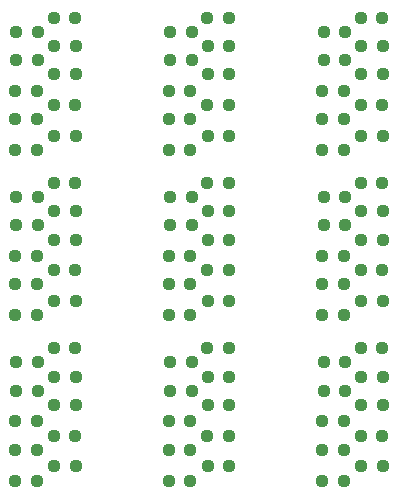
<source format=gtp>
G04 #@! TF.GenerationSoftware,KiCad,Pcbnew,7.0.7*
G04 #@! TF.CreationDate,2023-11-30T18:24:32+01:00*
G04 #@! TF.ProjectId,10K_RNet,31304b5f-524e-4657-942e-6b696361645f,rev?*
G04 #@! TF.SameCoordinates,Original*
G04 #@! TF.FileFunction,Paste,Top*
G04 #@! TF.FilePolarity,Positive*
%FSLAX46Y46*%
G04 Gerber Fmt 4.6, Leading zero omitted, Abs format (unit mm)*
G04 Created by KiCad (PCBNEW 7.0.7) date 2023-11-30 18:24:32*
%MOMM*%
%LPD*%
G01*
G04 APERTURE LIST*
G04 Aperture macros list*
%AMRoundRect*
0 Rectangle with rounded corners*
0 $1 Rounding radius*
0 $2 $3 $4 $5 $6 $7 $8 $9 X,Y pos of 4 corners*
0 Add a 4 corners polygon primitive as box body*
4,1,4,$2,$3,$4,$5,$6,$7,$8,$9,$2,$3,0*
0 Add four circle primitives for the rounded corners*
1,1,$1+$1,$2,$3*
1,1,$1+$1,$4,$5*
1,1,$1+$1,$6,$7*
1,1,$1+$1,$8,$9*
0 Add four rect primitives between the rounded corners*
20,1,$1+$1,$2,$3,$4,$5,0*
20,1,$1+$1,$4,$5,$6,$7,0*
20,1,$1+$1,$6,$7,$8,$9,0*
20,1,$1+$1,$8,$9,$2,$3,0*%
G04 Aperture macros list end*
%ADD10RoundRect,0.237500X-0.250000X-0.237500X0.250000X-0.237500X0.250000X0.237500X-0.250000X0.237500X0*%
G04 APERTURE END LIST*
D10*
X90887500Y-71000000D03*
X92712500Y-71000000D03*
X94087500Y-74600000D03*
X95912500Y-74600000D03*
X94037500Y-69800000D03*
X95862500Y-69800000D03*
X90787500Y-76000000D03*
X92612500Y-76000000D03*
X94087500Y-79800000D03*
X95912500Y-79800000D03*
X90887500Y-73400000D03*
X92712500Y-73400000D03*
X94087500Y-72200000D03*
X95912500Y-72200000D03*
X90787500Y-78400000D03*
X92612500Y-78400000D03*
X90787500Y-81000000D03*
X92612500Y-81000000D03*
X94037500Y-77200000D03*
X95862500Y-77200000D03*
X77887500Y-71000000D03*
X79712500Y-71000000D03*
X81087500Y-74600000D03*
X82912500Y-74600000D03*
X81037500Y-69800000D03*
X82862500Y-69800000D03*
X77787500Y-76000000D03*
X79612500Y-76000000D03*
X81087500Y-79800000D03*
X82912500Y-79800000D03*
X77887500Y-73400000D03*
X79712500Y-73400000D03*
X81087500Y-72200000D03*
X82912500Y-72200000D03*
X77787500Y-78400000D03*
X79612500Y-78400000D03*
X77787500Y-81000000D03*
X79612500Y-81000000D03*
X81037500Y-77200000D03*
X82862500Y-77200000D03*
X90887500Y-57000000D03*
X92712500Y-57000000D03*
X94087500Y-60600000D03*
X95912500Y-60600000D03*
X94037500Y-55800000D03*
X95862500Y-55800000D03*
X90787500Y-62000000D03*
X92612500Y-62000000D03*
X94087500Y-65800000D03*
X95912500Y-65800000D03*
X90887500Y-59400000D03*
X92712500Y-59400000D03*
X94087500Y-58200000D03*
X95912500Y-58200000D03*
X90787500Y-64400000D03*
X92612500Y-64400000D03*
X90787500Y-67000000D03*
X92612500Y-67000000D03*
X94037500Y-63200000D03*
X95862500Y-63200000D03*
X77887500Y-57000000D03*
X79712500Y-57000000D03*
X81087500Y-60600000D03*
X82912500Y-60600000D03*
X81037500Y-55800000D03*
X82862500Y-55800000D03*
X77787500Y-62000000D03*
X79612500Y-62000000D03*
X81087500Y-65800000D03*
X82912500Y-65800000D03*
X77887500Y-59400000D03*
X79712500Y-59400000D03*
X81087500Y-58200000D03*
X82912500Y-58200000D03*
X77787500Y-64400000D03*
X79612500Y-64400000D03*
X77787500Y-67000000D03*
X79612500Y-67000000D03*
X81037500Y-63200000D03*
X82862500Y-63200000D03*
X64887500Y-71000000D03*
X66712500Y-71000000D03*
X68087500Y-74600000D03*
X69912500Y-74600000D03*
X68037500Y-69800000D03*
X69862500Y-69800000D03*
X64787500Y-76000000D03*
X66612500Y-76000000D03*
X68087500Y-79800000D03*
X69912500Y-79800000D03*
X64887500Y-73400000D03*
X66712500Y-73400000D03*
X68087500Y-72200000D03*
X69912500Y-72200000D03*
X64787500Y-78400000D03*
X66612500Y-78400000D03*
X64787500Y-81000000D03*
X66612500Y-81000000D03*
X68037500Y-77200000D03*
X69862500Y-77200000D03*
X64887500Y-57000000D03*
X66712500Y-57000000D03*
X68087500Y-60600000D03*
X69912500Y-60600000D03*
X68037500Y-55800000D03*
X69862500Y-55800000D03*
X64787500Y-62000000D03*
X66612500Y-62000000D03*
X68087500Y-65800000D03*
X69912500Y-65800000D03*
X64887500Y-59400000D03*
X66712500Y-59400000D03*
X68087500Y-58200000D03*
X69912500Y-58200000D03*
X64787500Y-64400000D03*
X66612500Y-64400000D03*
X64787500Y-67000000D03*
X66612500Y-67000000D03*
X68037500Y-63200000D03*
X69862500Y-63200000D03*
X90887500Y-43000000D03*
X92712500Y-43000000D03*
X94087500Y-46600000D03*
X95912500Y-46600000D03*
X94037500Y-41800000D03*
X95862500Y-41800000D03*
X90787500Y-48000000D03*
X92612500Y-48000000D03*
X94087500Y-51800000D03*
X95912500Y-51800000D03*
X90887500Y-45400000D03*
X92712500Y-45400000D03*
X94087500Y-44200000D03*
X95912500Y-44200000D03*
X90787500Y-50400000D03*
X92612500Y-50400000D03*
X90787500Y-53000000D03*
X92612500Y-53000000D03*
X94037500Y-49200000D03*
X95862500Y-49200000D03*
X77887500Y-43000000D03*
X79712500Y-43000000D03*
X81087500Y-46600000D03*
X82912500Y-46600000D03*
X81037500Y-41800000D03*
X82862500Y-41800000D03*
X77787500Y-48000000D03*
X79612500Y-48000000D03*
X81087500Y-51800000D03*
X82912500Y-51800000D03*
X77887500Y-45400000D03*
X79712500Y-45400000D03*
X81087500Y-44200000D03*
X82912500Y-44200000D03*
X77787500Y-50400000D03*
X79612500Y-50400000D03*
X77787500Y-53000000D03*
X79612500Y-53000000D03*
X81037500Y-49200000D03*
X82862500Y-49200000D03*
X68037500Y-49200000D03*
X69862500Y-49200000D03*
X64787500Y-53000000D03*
X66612500Y-53000000D03*
X64787500Y-50400000D03*
X66612500Y-50400000D03*
X64887500Y-43000000D03*
X66712500Y-43000000D03*
X68087500Y-44200000D03*
X69912500Y-44200000D03*
X68087500Y-51800000D03*
X69912500Y-51800000D03*
X68037500Y-41800000D03*
X69862500Y-41800000D03*
X64887500Y-45400000D03*
X66712500Y-45400000D03*
X68087500Y-46600000D03*
X69912500Y-46600000D03*
X64787500Y-48000000D03*
X66612500Y-48000000D03*
M02*

</source>
